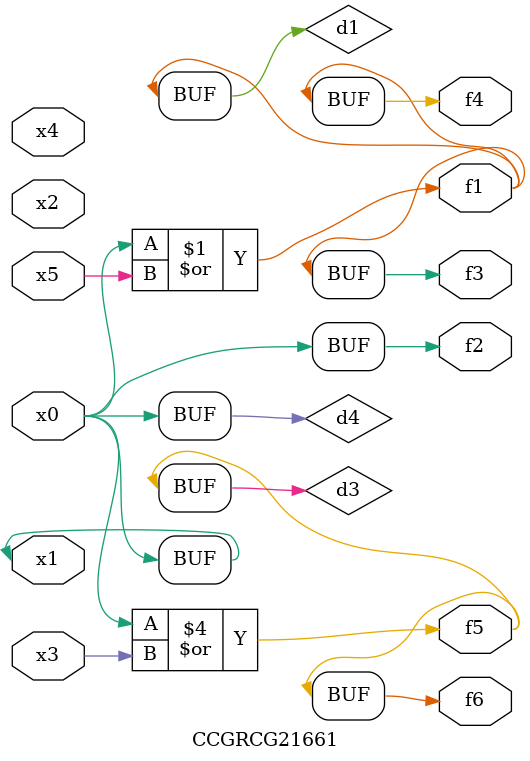
<source format=v>
module CCGRCG21661(
	input x0, x1, x2, x3, x4, x5,
	output f1, f2, f3, f4, f5, f6
);

	wire d1, d2, d3, d4;

	or (d1, x0, x5);
	xnor (d2, x1, x4);
	or (d3, x0, x3);
	buf (d4, x0, x1);
	assign f1 = d1;
	assign f2 = d4;
	assign f3 = d1;
	assign f4 = d1;
	assign f5 = d3;
	assign f6 = d3;
endmodule

</source>
